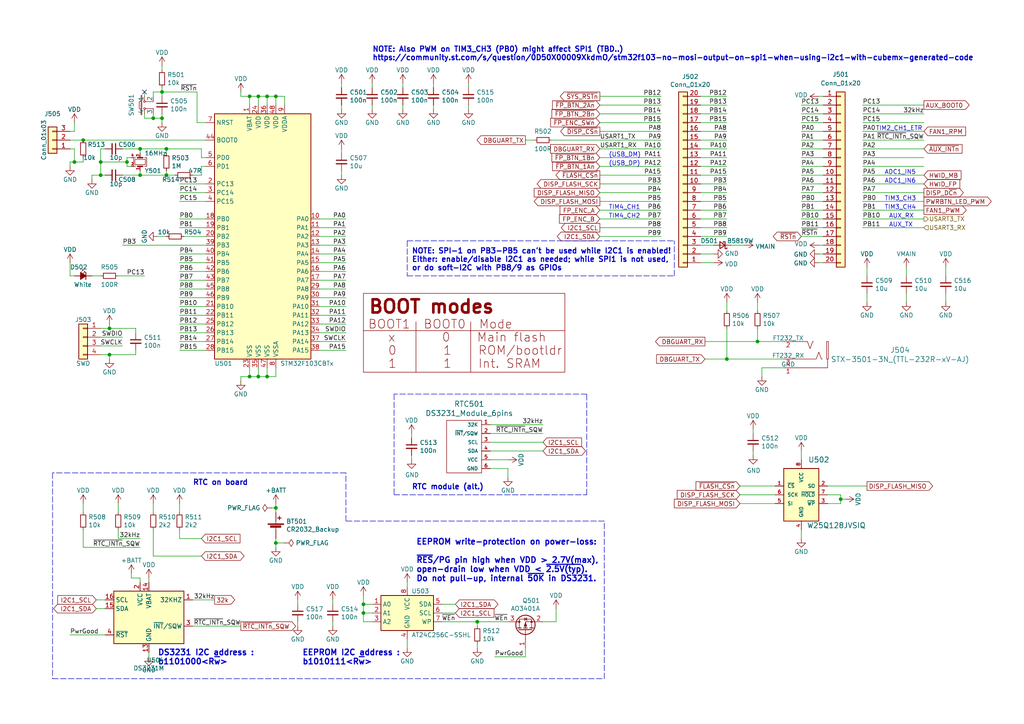
<source format=kicad_sch>
(kicad_sch (version 20211123) (generator eeschema)
  (paper "A4")
  (title_block (title "On-board alt. modules for BluePill MCU and RTC") (date "2020-12-13") (rev "r0.1") (company "MaJo"))
  (junction (at 210.82 104.14))
  (junction (at 72.39 27.94))
  (junction (at 31.75 95.25))
  (junction (at 105.41 177.8))
  (junction (at 77.47 27.94))
  (junction (at 74.93 27.94))
  (junction (at 105.41 175.26))
  (junction (at 44.45 34.29))
  (junction (at 46.99 26.67))
  (junction (at 24.13 40.64))
  (junction (at 219.71 99.06))
  (junction (at 74.93 109.22))
  (junction (at 48.26 50.8))
  (junction (at 29.21 50.8))
  (junction (at 40.64 43.18))
  (junction (at 31.75 102.87))
  (junction (at 48.26 43.18))
  (junction (at 29.21 46.99))
  (junction (at 80.01 27.94))
  (junction (at 46.99 34.29))
  (junction (at 72.39 109.22))
  (junction (at 138.43 180.34))
  (junction (at 40.64 50.8))
  (junction (at 80.01 157.48))
  (junction (at 36.83 46.99))
  (junction (at 77.47 109.22))
  (junction (at 243.84 144.78))
  (junction (at 21.59 46.99))
  (junction (at 80.01 147.32))
  (no_connect (at 41.91 26.67))
  (wire (pts (xy 262.89 87.63) (xy 262.89 85.09)))
  (wire (pts (xy 203.2 53.34) (xy 210.82 53.34)))
  (wire (pts (xy 36.83 48.26) (xy 36.83 46.99)))
  (wire (pts (xy 154.94 40.64) (xy 152.4 40.64)))
  (wire (pts (xy 105.41 180.34) (xy 105.41 177.8)))
  (wire (pts (xy 203.2 55.88) (xy 210.82 55.88)))
  (polyline (pts (xy 175.26 196.85) (xy 175.26 151.13)))
  (wire (pts (xy 207.01 76.2) (xy 203.2 76.2)))
  (wire (pts (xy 69.85 110.49) (xy 69.85 109.22)))
  (polyline (pts (xy 175.26 151.13) (xy 100.33 151.13)))
  (polyline (pts (xy 118.11 69.85) (xy 118.11 80.01)))
  (wire (pts (xy 57.15 35.56) (xy 59.69 35.56)))
  (wire (pts (xy 59.69 78.74) (xy 52.07 78.74)))
  (wire (pts (xy 210.82 87.63) (xy 210.82 90.17)))
  (polyline (pts (xy 170.18 114.3) (xy 114.3 114.3)))
  (wire (pts (xy 105.41 175.26) (xy 105.41 172.72)))
  (wire (pts (xy 243.84 146.05) (xy 243.84 144.78)))
  (wire (pts (xy 40.64 50.8) (xy 40.64 49.53)))
  (wire (pts (xy 92.71 78.74) (xy 100.33 78.74)))
  (wire (pts (xy 250.19 63.5) (xy 267.97 63.5)))
  (wire (pts (xy 44.45 146.05) (xy 44.45 148.59)))
  (wire (pts (xy 29.21 102.87) (xy 31.75 102.87)))
  (wire (pts (xy 24.13 46.99) (xy 21.59 46.99)))
  (wire (pts (xy 227.33 104.14) (xy 210.82 104.14)))
  (wire (pts (xy 46.99 19.05) (xy 46.99 20.32)))
  (wire (pts (xy 238.76 33.02) (xy 232.41 33.02)))
  (polyline (pts (xy 15.24 196.85) (xy 175.26 196.85)))
  (wire (pts (xy 52.07 156.21) (xy 58.42 156.21)))
  (wire (pts (xy 34.29 156.21) (xy 40.64 156.21)))
  (wire (pts (xy 191.77 30.48) (xy 173.99 30.48)))
  (wire (pts (xy 46.99 35.56) (xy 46.99 34.29)))
  (wire (pts (xy 191.77 48.26) (xy 173.99 48.26)))
  (wire (pts (xy 92.71 81.28) (xy 100.33 81.28)))
  (polyline (pts (xy 114.3 114.3) (xy 114.3 143.51)))
  (wire (pts (xy 191.77 27.94) (xy 173.99 27.94)))
  (wire (pts (xy 29.21 100.33) (xy 35.56 100.33)))
  (wire (pts (xy 80.01 146.05) (xy 80.01 147.32)))
  (wire (pts (xy 44.45 153.67) (xy 44.45 161.29)))
  (wire (pts (xy 96.52 173.99) (xy 96.52 175.26)))
  (wire (pts (xy 191.77 55.88) (xy 173.99 55.88)))
  (wire (pts (xy 74.93 30.48) (xy 74.93 27.94)))
  (wire (pts (xy 203.2 35.56) (xy 210.82 35.56)))
  (wire (pts (xy 59.69 48.26) (xy 58.42 48.26)))
  (wire (pts (xy 20.32 80.01) (xy 21.59 80.01)))
  (wire (pts (xy 80.01 156.21) (xy 80.01 157.48)))
  (polyline (pts (xy 100.33 151.13) (xy 100.33 137.16)))
  (wire (pts (xy 77.47 30.48) (xy 77.47 27.94)))
  (wire (pts (xy 20.32 38.1) (xy 21.59 38.1)))
  (wire (pts (xy 238.76 68.58) (xy 232.41 68.58)))
  (wire (pts (xy 29.21 46.99) (xy 36.83 46.99)))
  (wire (pts (xy 250.19 58.42) (xy 267.97 58.42)))
  (wire (pts (xy 36.83 45.72) (xy 36.83 46.99)))
  (wire (pts (xy 26.67 80.01) (xy 29.21 80.01)))
  (wire (pts (xy 142.24 123.19) (xy 157.48 123.19)))
  (wire (pts (xy 203.2 38.1) (xy 210.82 38.1)))
  (wire (pts (xy 74.93 27.94) (xy 77.47 27.94)))
  (wire (pts (xy 152.4 190.5) (xy 143.51 190.5)))
  (wire (pts (xy 59.69 55.88) (xy 52.07 55.88)))
  (wire (pts (xy 92.71 66.04) (xy 100.33 66.04)))
  (wire (pts (xy 210.82 95.25) (xy 210.82 104.14)))
  (wire (pts (xy 274.32 80.01) (xy 274.32 77.47)))
  (wire (pts (xy 238.76 48.26) (xy 232.41 48.26)))
  (wire (pts (xy 55.88 181.61) (xy 69.85 181.61)))
  (wire (pts (xy 21.59 46.99) (xy 20.32 46.99)))
  (wire (pts (xy 92.71 99.06) (xy 100.33 99.06)))
  (wire (pts (xy 26.67 50.8) (xy 26.67 52.07)))
  (wire (pts (xy 238.76 66.04) (xy 232.41 66.04)))
  (wire (pts (xy 44.45 34.29) (xy 46.99 34.29)))
  (wire (pts (xy 29.21 95.25) (xy 31.75 95.25)))
  (wire (pts (xy 34.29 153.67) (xy 34.29 156.21)))
  (wire (pts (xy 34.29 80.01) (xy 41.91 80.01)))
  (wire (pts (xy 125.73 24.13) (xy 125.73 25.4)))
  (wire (pts (xy 58.42 45.72) (xy 58.42 43.18)))
  (wire (pts (xy 92.71 83.82) (xy 100.33 83.82)))
  (wire (pts (xy 250.19 55.88) (xy 267.97 55.88)))
  (wire (pts (xy 250.19 53.34) (xy 267.97 53.34)))
  (polyline (pts (xy 114.3 143.51) (xy 170.18 143.51)))
  (wire (pts (xy 24.13 146.05) (xy 24.13 148.59)))
  (wire (pts (xy 203.2 71.12) (xy 207.01 71.12)))
  (polyline (pts (xy 195.58 80.01) (xy 195.58 69.85)))
  (wire (pts (xy 220.98 106.68) (xy 227.33 106.68)))
  (wire (pts (xy 92.71 93.98) (xy 100.33 93.98)))
  (wire (pts (xy 118.11 170.18) (xy 118.11 168.91)))
  (wire (pts (xy 80.01 157.48) (xy 80.01 158.75)))
  (wire (pts (xy 46.99 26.67) (xy 46.99 25.4)))
  (wire (pts (xy 99.06 24.13) (xy 99.06 25.4)))
  (wire (pts (xy 203.2 33.02) (xy 210.82 33.02)))
  (wire (pts (xy 92.71 86.36) (xy 100.33 86.36)))
  (wire (pts (xy 147.32 138.43) (xy 147.32 135.89)))
  (wire (pts (xy 92.71 96.52) (xy 100.33 96.52)))
  (wire (pts (xy 238.76 53.34) (xy 232.41 53.34)))
  (wire (pts (xy 250.19 66.04) (xy 267.97 66.04)))
  (wire (pts (xy 191.77 63.5) (xy 173.99 63.5)))
  (wire (pts (xy 43.18 190.5) (xy 43.18 189.23)))
  (wire (pts (xy 39.37 101.6) (xy 39.37 102.87)))
  (wire (pts (xy 135.89 24.13) (xy 135.89 25.4)))
  (wire (pts (xy 251.46 87.63) (xy 251.46 85.09)))
  (wire (pts (xy 191.77 68.58) (xy 173.99 68.58)))
  (wire (pts (xy 92.71 71.12) (xy 100.33 71.12)))
  (wire (pts (xy 72.39 27.94) (xy 74.93 27.94)))
  (wire (pts (xy 238.76 43.18) (xy 232.41 43.18)))
  (wire (pts (xy 39.37 96.52) (xy 39.37 95.25)))
  (wire (pts (xy 191.77 43.18) (xy 173.99 43.18)))
  (wire (pts (xy 59.69 71.12) (xy 35.56 71.12)))
  (wire (pts (xy 53.34 68.58) (xy 59.69 68.58)))
  (wire (pts (xy 219.71 95.25) (xy 219.71 99.06)))
  (wire (pts (xy 191.77 50.8) (xy 173.99 50.8)))
  (wire (pts (xy 69.85 26.67) (xy 69.85 27.94)))
  (wire (pts (xy 227.33 99.06) (xy 219.71 99.06)))
  (wire (pts (xy 74.93 106.68) (xy 74.93 109.22)))
  (wire (pts (xy 44.45 26.67) (xy 46.99 26.67)))
  (wire (pts (xy 210.82 104.14) (xy 204.47 104.14)))
  (wire (pts (xy 92.71 88.9) (xy 100.33 88.9)))
  (wire (pts (xy 203.2 73.66) (xy 207.01 73.66)))
  (polyline (pts (xy 170.18 143.51) (xy 170.18 114.3)))
  (wire (pts (xy 250.19 40.64) (xy 267.97 40.64)))
  (wire (pts (xy 191.77 60.96) (xy 173.99 60.96)))
  (wire (pts (xy 74.93 109.22) (xy 77.47 109.22)))
  (wire (pts (xy 238.76 45.72) (xy 232.41 45.72)))
  (wire (pts (xy 274.32 87.63) (xy 274.32 85.09)))
  (wire (pts (xy 44.45 161.29) (xy 58.42 161.29)))
  (wire (pts (xy 203.2 43.18) (xy 210.82 43.18)))
  (wire (pts (xy 43.18 168.91) (xy 43.18 167.64)))
  (wire (pts (xy 55.88 173.99) (xy 62.23 173.99)))
  (wire (pts (xy 191.77 33.02) (xy 173.99 33.02)))
  (wire (pts (xy 59.69 93.98) (xy 52.07 93.98)))
  (wire (pts (xy 48.26 50.8) (xy 40.64 50.8)))
  (wire (pts (xy 160.02 40.64) (xy 191.77 40.64)))
  (wire (pts (xy 59.69 83.82) (xy 52.07 83.82)))
  (wire (pts (xy 142.24 125.73) (xy 157.48 125.73)))
  (wire (pts (xy 30.48 184.15) (xy 20.32 184.15)))
  (wire (pts (xy 55.88 50.8) (xy 58.42 50.8)))
  (wire (pts (xy 240.03 146.05) (xy 243.84 146.05)))
  (wire (pts (xy 218.44 124.46) (xy 218.44 125.73)))
  (wire (pts (xy 100.33 63.5) (xy 92.71 63.5)))
  (wire (pts (xy 69.85 109.22) (xy 72.39 109.22)))
  (wire (pts (xy 203.2 68.58) (xy 210.82 68.58)))
  (wire (pts (xy 59.69 91.44) (xy 52.07 91.44)))
  (wire (pts (xy 125.73 31.75) (xy 125.73 30.48)))
  (wire (pts (xy 250.19 48.26) (xy 267.97 48.26)))
  (wire (pts (xy 138.43 187.96) (xy 138.43 186.69)))
  (wire (pts (xy 92.71 73.66) (xy 100.33 73.66)))
  (polyline (pts (xy 100.33 137.16) (xy 15.24 137.16)))
  (wire (pts (xy 240.03 143.51) (xy 243.84 143.51)))
  (wire (pts (xy 245.11 144.78) (xy 243.84 144.78)))
  (wire (pts (xy 218.44 132.08) (xy 218.44 130.81)))
  (wire (pts (xy 59.69 76.2) (xy 52.07 76.2)))
  (wire (pts (xy 267.97 33.02) (xy 250.19 33.02)))
  (wire (pts (xy 86.36 181.61) (xy 86.36 180.34)))
  (wire (pts (xy 203.2 45.72) (xy 210.82 45.72)))
  (wire (pts (xy 267.97 38.1) (xy 250.19 38.1)))
  (wire (pts (xy 80.01 109.22) (xy 80.01 106.68)))
  (wire (pts (xy 238.76 73.66) (xy 237.49 73.66)))
  (wire (pts (xy 224.79 140.97) (xy 214.63 140.97)))
  (wire (pts (xy 59.69 88.9) (xy 52.07 88.9)))
  (wire (pts (xy 157.48 180.34) (xy 161.29 180.34)))
  (wire (pts (xy 59.69 101.6) (xy 52.07 101.6)))
  (wire (pts (xy 219.71 87.63) (xy 219.71 90.17)))
  (wire (pts (xy 238.76 58.42) (xy 232.41 58.42)))
  (wire (pts (xy 20.32 40.64) (xy 24.13 40.64)))
  (wire (pts (xy 48.26 43.18) (xy 40.64 43.18)))
  (wire (pts (xy 99.06 31.75) (xy 99.06 30.48)))
  (wire (pts (xy 238.76 63.5) (xy 232.41 63.5)))
  (wire (pts (xy 59.69 73.66) (xy 52.07 73.66)))
  (wire (pts (xy 212.09 71.12) (xy 215.9 71.12)))
  (wire (pts (xy 57.15 26.67) (xy 57.15 35.56)))
  (wire (pts (xy 152.4 187.96) (xy 152.4 190.5)))
  (wire (pts (xy 59.69 58.42) (xy 52.07 58.42)))
  (wire (pts (xy 128.27 180.34) (xy 138.43 180.34)))
  (wire (pts (xy 92.71 68.58) (xy 100.33 68.58)))
  (wire (pts (xy 39.37 95.25) (xy 31.75 95.25)))
  (wire (pts (xy 105.41 175.26) (xy 107.95 175.26)))
  (wire (pts (xy 203.2 58.42) (xy 210.82 58.42)))
  (wire (pts (xy 219.71 99.06) (xy 204.47 99.06)))
  (wire (pts (xy 77.47 27.94) (xy 80.01 27.94)))
  (wire (pts (xy 238.76 50.8) (xy 232.41 50.8)))
  (wire (pts (xy 191.77 53.34) (xy 173.99 53.34)))
  (wire (pts (xy 20.32 43.18) (xy 21.59 43.18)))
  (wire (pts (xy 107.95 31.75) (xy 107.95 30.48)))
  (wire (pts (xy 119.38 133.35) (xy 119.38 132.08)))
  (wire (pts (xy 238.76 35.56) (xy 232.41 35.56)))
  (wire (pts (xy 238.76 76.2) (xy 237.49 76.2)))
  (wire (pts (xy 107.95 24.13) (xy 107.95 25.4)))
  (wire (pts (xy 48.26 49.53) (xy 48.26 50.8)))
  (wire (pts (xy 251.46 80.01) (xy 251.46 77.47)))
  (wire (pts (xy 203.2 48.26) (xy 210.82 48.26)))
  (wire (pts (xy 224.79 143.51) (xy 214.63 143.51)))
  (wire (pts (xy 119.38 125.73) (xy 119.38 127)))
  (wire (pts (xy 77.47 106.68) (xy 77.47 109.22)))
  (wire (pts (xy 142.24 128.27) (xy 157.48 128.27)))
  (wire (pts (xy 80.01 30.48) (xy 80.01 27.94)))
  (wire (pts (xy 92.71 101.6) (xy 100.33 101.6)))
  (wire (pts (xy 29.21 50.8) (xy 29.21 46.99)))
  (wire (pts (xy 135.89 31.75) (xy 135.89 30.48)))
  (wire (pts (xy 99.06 50.8) (xy 99.06 49.53)))
  (wire (pts (xy 203.2 40.64) (xy 210.82 40.64)))
  (wire (pts (xy 250.19 45.72) (xy 267.97 45.72)))
  (wire (pts (xy 30.48 43.18) (xy 29.21 43.18)))
  (wire (pts (xy 27.94 173.99) (xy 30.48 173.99)))
  (wire (pts (xy 50.8 50.8) (xy 48.26 50.8)))
  (wire (pts (xy 203.2 30.48) (xy 210.82 30.48)))
  (wire (pts (xy 69.85 27.94) (xy 72.39 27.94)))
  (wire (pts (xy 41.91 27.94) (xy 41.91 26.67)))
  (wire (pts (xy 220.98 109.22) (xy 220.98 106.68)))
  (wire (pts (xy 82.55 157.48) (xy 80.01 157.48)))
  (wire (pts (xy 38.1 167.64) (xy 40.64 167.64)))
  (wire (pts (xy 59.69 53.34) (xy 52.07 53.34)))
  (wire (pts (xy 46.99 27.94) (xy 46.99 26.67)))
  (wire (pts (xy 250.19 43.18) (xy 267.97 43.18)))
  (wire (pts (xy 191.77 38.1) (xy 173.99 38.1)))
  (wire (pts (xy 203.2 60.96) (xy 210.82 60.96)))
  (wire (pts (xy 142.24 130.81) (xy 157.48 130.81)))
  (wire (pts (xy 40.64 167.64) (xy 40.64 168.91)))
  (wire (pts (xy 238.76 55.88) (xy 232.41 55.88)))
  (wire (pts (xy 92.71 91.44) (xy 100.33 91.44)))
  (wire (pts (xy 161.29 180.34) (xy 161.29 176.53)))
  (wire (pts (xy 238.76 27.94) (xy 237.49 27.94)))
  (wire (pts (xy 118.11 187.96) (xy 118.11 185.42)))
  (polyline (pts (xy 15.24 137.16) (xy 15.24 196.85)))
  (wire (pts (xy 191.77 35.56) (xy 173.99 35.56)))
  (wire (pts (xy 99.06 44.45) (xy 99.06 43.18)))
  (wire (pts (xy 24.13 45.72) (xy 24.13 46.99)))
  (wire (pts (xy 116.84 24.13) (xy 116.84 25.4)))
  (wire (pts (xy 78.74 147.32) (xy 80.01 147.32)))
  (wire (pts (xy 38.1 45.72) (xy 36.83 45.72)))
  (wire (pts (xy 240.03 140.97) (xy 251.46 140.97)))
  (wire (pts (xy 147.32 180.34) (xy 138.43 180.34)))
  (wire (pts (xy 238.76 71.12) (xy 237.49 71.12)))
  (wire (pts (xy 224.79 146.05) (xy 214.63 146.05)))
  (wire (pts (xy 38.1 48.26) (xy 36.83 48.26)))
  (wire (pts (xy 132.08 175.26) (xy 128.27 175.26)))
  (wire (pts (xy 132.08 177.8) (xy 128.27 177.8)))
  (wire (pts (xy 238.76 40.64) (xy 232.41 40.64)))
  (wire (pts (xy 72.39 106.68) (xy 72.39 109.22)))
  (wire (pts (xy 59.69 96.52) (xy 52.07 96.52)))
  (wire (pts (xy 92.71 76.2) (xy 100.33 76.2)))
  (wire (pts (xy 34.29 146.05) (xy 34.29 148.59)))
  (wire (pts (xy 138.43 181.61) (xy 138.43 180.34)))
  (wire (pts (xy 267.97 35.56) (xy 250.19 35.56)))
  (wire (pts (xy 59.69 63.5) (xy 52.07 63.5)))
  (wire (pts (xy 59.69 81.28) (xy 52.07 81.28)))
  (wire (pts (xy 24.13 40.64) (xy 59.69 40.64)))
  (wire (pts (xy 267.97 30.48) (xy 250.19 30.48)))
  (wire (pts (xy 41.91 33.02) (xy 41.91 34.29)))
  (wire (pts (xy 142.24 133.35) (xy 147.32 133.35)))
  (wire (pts (xy 24.13 158.75) (xy 40.64 158.75)))
  (wire (pts (xy 77.47 109.22) (xy 80.01 109.22)))
  (wire (pts (xy 238.76 30.48) (xy 232.41 30.48)))
  (wire (pts (xy 147.32 135.89) (xy 142.24 135.89)))
  (wire (pts (xy 21.59 38.1) (xy 21.59 35.56)))
  (wire (pts (xy 191.77 66.04) (xy 173.99 66.04)))
  (wire (pts (xy 35.56 43.18) (xy 40.64 43.18)))
  (wire (pts (xy 72.39 109.22) (xy 74.93 109.22)))
  (wire (pts (xy 191.77 58.42) (xy 173.99 58.42)))
  (wire (pts (xy 243.84 144.78) (xy 243.84 143.51)))
  (wire (pts (xy 59.69 86.36) (xy 52.07 86.36)))
  (wire (pts (xy 30.48 50.8) (xy 29.21 50.8)))
  (wire (pts (xy 29.21 97.79) (xy 35.56 97.79)))
  (wire (pts (xy 20.32 76.2) (xy 20.32 80.01)))
  (wire (pts (xy 107.95 180.34) (xy 105.41 180.34)))
  (wire (pts (xy 38.1 166.37) (xy 38.1 167.64)))
  (wire (pts (xy 59.69 66.04) (xy 52.07 66.04)))
  (wire (pts (xy 58.42 43.18) (xy 48.26 43.18)))
  (wire (pts (xy 20.32 48.26) (xy 20.32 46.99)))
  (wire (pts (xy 52.07 146.05) (xy 52.07 148.59)))
  (polyline (pts (xy 118.11 80.01) (xy 195.58 80.01)))
  (wire (pts (xy 232.41 130.81) (xy 232.41 133.35)))
  (wire (pts (xy 27.94 176.53) (xy 30.48 176.53)))
  (wire (pts (xy 58.42 48.26) (xy 58.42 50.8)))
  (wire (pts (xy 40.64 43.18) (xy 40.64 44.45)))
  (wire (pts (xy 59.69 45.72) (xy 58.42 45.72)))
  (wire (pts (xy 21.59 43.18) (xy 21.59 46.99)))
  (wire (pts (xy 96.52 181.61) (xy 96.52 180.34)))
  (wire (pts (xy 35.56 50.8) (xy 40.64 50.8)))
  (wire (pts (xy 48.26 44.45) (xy 48.26 43.18)))
  (wire (pts (xy 44.45 27.94) (xy 44.45 26.67)))
  (wire (pts (xy 250.19 50.8) (xy 267.97 50.8)))
  (wire (pts (xy 86.36 173.99) (xy 86.36 175.26)))
  (wire (pts (xy 26.67 50.8) (xy 29.21 50.8)))
  (wire (pts (xy 107.95 177.8) (xy 105.41 177.8)))
  (polyline (pts (xy 118.11 69.85) (xy 195.58 69.85)))
  (wire (pts (xy 29.21 43.18) (xy 29.21 46.99)))
  (wire (pts (xy 238.76 60.96) (xy 232.41 60.96)))
  (wire (pts (xy 250.19 60.96) (xy 267.97 60.96)))
  (wire (pts (xy 105.41 177.8) (xy 105.41 175.26)))
  (wire (pts (xy 44.45 33.02) (xy 44.45 34.29)))
  (wire (pts (xy 203.2 27.94) (xy 210.82 27.94)))
  (wire (pts (xy 59.69 99.06) (xy 52.07 99.06)))
  (wire (pts (xy 203.2 66.04) (xy 210.82 66.04)))
  (wire (pts (xy 82.55 27.94) (xy 82.55 30.48)))
  (wire (pts (xy 116.84 31.75) (xy 116.84 30.48)))
  (wire (pts (xy 203.2 63.5) (xy 210.82 63.5)))
  (wire (pts (xy 39.37 102.87) (xy 31.75 102.87)))
  (wire (pts (xy 52.07 153.67) (xy 52.07 156.21)))
  (wire (pts (xy 46.99 26.67) (xy 57.15 26.67)))
  (wire (pts (xy 82.55 27.94) (xy 80.01 27.94)))
  (wire (pts (xy 191.77 45.72) (xy 173.99 45.72)))
  (wire (pts (xy 262.89 80.01) (xy 262.89 77.47)))
  (wire (pts (xy 31.75 95.25) (xy 31.75 93.98)))
  (wire (pts (xy 232.41 156.21) (xy 232.41 153.67)))
  (wire (pts (xy 24.13 153.67) (xy 24.13 158.75)))
  (wire (pts (xy 238.76 38.1) (xy 232.41 38.1)))
  (wire (pts (xy 203.2 50.8) (xy 210.82 50.8)))
  (wire (pts (xy 72.39 30.48) (xy 72.39 27.94)))
  (wire (pts (xy 46.99 34.29) (xy 46.99 33.02)))
  (wire (pts (xy 41.91 34.29) (xy 44.45 34.29)))
  (wire (pts (xy 80.01 147.32) (xy 80.01 148.59)))
  (wire (pts (xy 31.75 102.87) (xy 31.75 104.14)))
  (wire (pts (xy 45.72 68.58) (xy 48.26 68.58)))
  (text "(USB_DM)" (at 176.53 45.72 0) (effects (font (size 1.27 1.27)) (justify left bottom)))
  (text "DS3231 I2C address :\nb1101000<R~{w}>" (at 45.72 193.04 0) (effects (font (size 1.651 1.651) (thickness 0.3302) bold) (justify left bottom)))
  (text "TIM4_CH2" (at 176.53 63.5 0) (effects (font (size 1.27 1.27)) (justify left bottom)))
  (text "NOTE: Also PWM on TIM3_CH3 (PB0) might affect SPI1 (TBD..)\nhttps://community.st.com/s/question/0D50X00009XkdmO/stm32f103-no-mosi-output-on-spi1-when-using-i2c1-with-cubemx-generated-code" (at 107.95 17.78 0) (effects (font (size 1.524 1.524) (thickness 0.3048) bold) (justify left bottom)))
  (text "TIM3_CH4" (at 256.54 60.96 0) (effects (font (size 1.27 1.27)) (justify left bottom)))
  (text "AUX_TX" (at 257.81 66.04 0) (effects (font (size 1.27 1.27)) (justify left bottom)))
  (text "AUX_RX" (at 257.81 63.5 0) (effects (font (size 1.27 1.27)) (justify left bottom)))
  (text "TIM3_CH3" (at 256.54 58.42 0) (effects (font (size 1.27 1.27)) (justify left bottom)))
  (text "EEPROM write-protection on power-loss:\n\n~{RES}/PG pin high when VDD > 2.7V(max),\nopen-drain low when VDD < ~{2.5V(typ}).\nDo not pull-up, internal ~{50K} in DS3231." (at 120.65 168.91 0) (effects (font (size 1.651 1.651) (thickness 0.3302) bold) (justify left bottom)))
  (text "ADC1_IN5" (at 256.54 50.8 0) (effects (font (size 1.27 1.27)) (justify left bottom)))
  (text "NOTE: SPI-1 on PB3-PB5 can't be used while I2C1 is enabled!\nEither: enable/disable I2C1 as needed; while SPI1 is not used,\nor do soft-I2C with PB8/9 as GPIOs" (at 119.38 78.74 0) (effects (font (size 1.524 1.524) (thickness 0.3048) bold) (justify left bottom)))
  (text "TIM2_CH1_ETR" (at 254 38.1 0) (effects (font (size 1.27 1.27)) (justify left bottom)))
  (text "(USB_DP)" (at 176.53 48.26 0) (effects (font (size 1.27 1.27)) (justify left bottom)))
  (text "EEPROM I2C address :\nb1010111<R~{w}>" (at 87.63 193.04 0) (effects (font (size 1.651 1.651) (thickness 0.3302) bold) (justify left bottom)))
  (text "ADC1_IN6" (at 256.54 53.34 0) (effects (font (size 1.27 1.27)) (justify left bottom)))
  (text "RTC on board" (at 55.88 140.97 0) (effects (font (size 1.524 1.524) (thickness 0.3048) bold) (justify left bottom)))
  (text "TIM4_CH1" (at 176.53 60.96 0) (effects (font (size 1.27 1.27)) (justify left bottom)))
  (text "RTC module (alt.)" (at 119.38 142.24 0) (effects (font (size 1.524 1.524) (thickness 0.3048) bold) (justify left bottom)))
  (label "PA0" (at 100.33 63.5 180))
  (label "PB15" (at 210.82 35.56 180))
  (label "PB15" (at 191.77 35.56 180))
  (label "32kHz" (at 40.64 156.21 180))
  (label "PB5" (at 210.82 58.42 180))
  (label "USART1_TX" (at 173.99 40.64 0))
  (label "PB13" (at 52.07 96.52 0))
  (label "PA12" (at 191.77 48.26 180))
  (label "PC13" (at 52.07 53.34 0))
  (label "PA3" (at 100.33 71.12 180))
  (label "PB10" (at 232.41 63.5 0))
  (label "PB4" (at 52.07 73.66 0))
  (label "PA2" (at 250.19 43.18 0))
  (label "PB5" (at 52.07 76.2 0))
  (label "PB8" (at 191.77 66.04 180))
  (label "PA3" (at 250.19 45.72 0))
  (label "~{RSTn}" (at 57.15 26.67 180))
  (label "PB12" (at 210.82 27.94 180))
  (label "PA6" (at 250.19 53.34 0))
  (label "PA4" (at 250.19 48.26 0))
  (label "PC15" (at 250.19 35.56 0))
  (label "PB9" (at 210.82 68.58 180))
  (label "PA4" (at 100.33 73.66 180))
  (label "PA5" (at 232.41 50.8 0))
  (label "PB14" (at 52.07 99.06 0))
  (label "PC14" (at 232.41 33.02 0))
  (label "32kHz" (at 157.48 123.19 180))
  (label "~{WEn}" (at 132.08 180.34 180))
  (label "PB8" (at 52.07 83.82 0))
  (label "PB6" (at 52.07 78.74 0))
  (label "PA10" (at 210.82 43.18 180))
  (label "PC13" (at 250.19 30.48 0))
  (label "PB7" (at 52.07 81.28 0))
  (label "SWDIO" (at 100.33 96.52 180))
  (label "PB12" (at 52.07 93.98 0))
  (label "PB10" (at 52.07 88.9 0))
  (label "~{RTC_INTn}_SQW" (at 69.85 181.61 180))
  (label "PA12" (at 100.33 93.98 180))
  (label "PC13" (at 41.91 80.01 180))
  (label "PA2" (at 232.41 43.18 0))
  (label "PA3" (at 232.41 45.72 0))
  (label "PA1" (at 250.19 40.64 0))
  (label "PB13" (at 210.82 30.48 180))
  (label "PB1" (at 52.07 66.04 0))
  (label "SWDIO" (at 35.56 97.79 180))
  (label "PA10" (at 100.33 88.9 180))
  (label "PB10" (at 250.19 63.5 0))
  (label "PA9" (at 100.33 86.36 180))
  (label "PB13" (at 191.77 30.48 180))
  (label "SWCLK" (at 100.33 99.06 180))
  (label "PA5" (at 100.33 76.2 180))
  (label "PC15" (at 52.07 58.42 0))
  (label "PA8" (at 210.82 38.1 180))
  (label "PB11" (at 52.07 91.44 0))
  (label "PB0" (at 52.07 63.5 0))
  (label "PB6" (at 191.77 60.96 180))
  (label "~{RSTn}" (at 232.41 68.58 0))
  (label "PC14" (at 250.19 33.02 0))
  (label "PB8" (at 210.82 66.04 180))
  (label "PA8" (at 191.77 38.1 180))
  (label "PB9" (at 52.07 86.36 0))
  (label "PA4" (at 232.41 48.26 0))
  (label "PA12" (at 210.82 48.26 180))
  (label "~{RTC_INTn}_SQW" (at 267.97 40.64 180))
  (label "PA6" (at 100.33 78.74 180))
  (label "PB6" (at 210.82 60.96 180))
  (label "PA15" (at 210.82 50.8 180))
  (label "PB9" (at 191.77 68.58 180))
  (label "PA15" (at 100.33 101.6 180))
  (label "PB3" (at 210.82 53.34 180))
  (label "PA0" (at 250.19 38.1 0))
  (label "PA15" (at 191.77 50.8 180))
  (label "~{RTC_INTn}_SQW" (at 40.64 158.75 180))
  (label "PB7" (at 191.77 63.5 180))
  (label "~{WEn}" (at 147.32 180.34 180))
  (label "~{RTC_INTn}_SQW" (at 157.48 125.73 180))
  (label "PB4" (at 210.82 55.88 180))
  (label "PC14" (at 52.07 55.88 0))
  (label "PB14" (at 210.82 33.02 180))
  (label "PB11" (at 250.19 66.04 0))
  (label "PA7" (at 250.19 55.88 0))
  (label "PB3" (at 35.56 71.12 0))
  (label "PA11" (at 100.33 91.44 180))
  (label "PA1" (at 100.33 66.04 180))
  (label "PA1" (at 232.41 40.64 0))
  (label "PB5" (at 191.77 58.42 180))
  (label "PB3" (at 191.77 53.34 180))
  (label "PA9" (at 210.82 40.64 180))
  (label "PA0" (at 232.41 38.1 0))
  (label "PB0" (at 250.19 58.42 0))
  (label "PA9" (at 191.77 40.64 180))
  (label "PC13" (at 232.41 30.48 0))
  (label "32kHz" (at 62.23 173.99 180))
  (label "PA11" (at 210.82 45.72 180))
  (label "PB4" (at 191.77 55.88 180))
  (label "USART1_RX" (at 173.99 43.18 0))
  (label "PA8" (at 100.33 83.82 180))
  (label "PwrGood" (at 20.32 184.15 0))
  (label "PB14" (at 191.77 33.02 180))
  (label "32kHz" (at 267.97 33.02 180))
  (label "PB12" (at 191.77 27.94 180))
  (label "PwrGood" (at 143.51 190.5 0))
  (label "PB0" (at 232.41 58.42 0))
  (label "PA11" (at 191.77 45.72 180))
  (label "PC15" (at 232.41 35.56 0))
  (label "PA5" (at 250.19 50.8 0))
  (label "PA7" (at 232.41 55.88 0))
  (label "PA7" (at 100.33 81.28 180))
  (label "PB11" (at 232.41 66.04 0))
  (label "PB7" (at 210.82 63.5 180))
  (label "PB15" (at 52.07 101.6 0))
  (label "SWCLK" (at 35.56 100.33 180))
  (label "PA10" (at 191.77 43.18 180))
  (label "PB1" (at 232.41 60.96 0))
  (label "PA6" (at 232.41 53.34 0))
  (label "PA2" (at 100.33 68.58 180))
  (label "PB1" (at 250.19 60.96 0))
  (global_label "I2C1_SDA" (shape bidirectional) (at 173.99 68.58 180) (property "Intersheet References" "${INTERSHEET_REFS}" (effects hide)))
  (global_label "DBGUART_RX" (shape output) (at 204.47 99.06 180) (property "Intersheet References" "${INTERSHEET_REFS}" (effects hide)))
  (global_label "I2C1_SCL" (shape input) (at 157.48 128.27 0) (property "Intersheet References" "${INTERSHEET_REFS}" (effects hide)))
  (global_label "~{FP_BTN_2Bn}" (shape input) (at 173.99 33.02 180) (property "Intersheet References" "${INTERSHEET_REFS}" (effects hide)))
  (global_label "~{RSTn}" (shape bidirectional) (at 232.41 68.58 180) (property "Intersheet References" "${INTERSHEET_REFS}" (effects hide)))
  (global_label "I2C1_SDA" (shape bidirectional) (at 58.42 161.29 0) (property "Intersheet References" "${INTERSHEET_REFS}" (effects hide)))
  (global_label "I2C1_SDA" (shape bidirectional) (at 157.48 130.81 0) (property "Intersheet References" "${INTERSHEET_REFS}" (effects hide)))
  (global_label "FP_ENC_A" (shape input) (at 173.99 60.96 180) (property "Intersheet References" "${INTERSHEET_REFS}" (effects hide)))
  (global_label "I2C1_SCL" (shape output) (at 173.99 66.04 180) (property "Intersheet References" "${INTERSHEET_REFS}" (effects hide)))
  (global_label "I2C1_SCL" (shape input) (at 58.42 156.21 0) (property "Intersheet References" "${INTERSHEET_REFS}" (effects hide)))
  (global_label "FP_ENC_B" (shape input) (at 173.99 63.5 180) (property "Intersheet References" "${INTERSHEET_REFS}" (effects hide)))
  (global_label "HWID_MB" (shape input) (at 267.97 50.8 0) (property "Intersheet References" "${INTERSHEET_REFS}" (effects hide)))
  (global_label "~{FLASH_CSn}" (shape output) (at 173.99 50.8 180) (property "Intersheet References" "${INTERSHEET_REFS}" (effects hide)))
  (global_label "I2C1_SCL" (shape input) (at 132.08 177.8 0) (property "Intersheet References" "${INTERSHEET_REFS}" (effects hide)))
  (global_label "DISP_D~{Cn}" (shape output) (at 267.97 55.88 0) (property "Intersheet References" "${INTERSHEET_REFS}" (effects hide)))
  (global_label "DBGUART_TX" (shape output) (at 152.4 40.64 180) (property "Intersheet References" "${INTERSHEET_REFS}" (effects hide)))
  (global_label "~{SYS_RSTn}" (shape output) (at 173.99 27.94 180) (property "Intersheet References" "${INTERSHEET_REFS}" (effects hide)))
  (global_label "~{FP_ENC_SWn}" (shape input) (at 173.99 35.56 180) (property "Intersheet References" "${INTERSHEET_REFS}" (effects hide)))
  (global_label "I2C1_SDA" (shape bidirectional) (at 132.08 175.26 0) (property "Intersheet References" "${INTERSHEET_REFS}" (effects hide)))
  (global_label "32k" (shape output) (at 62.23 173.99 0) (property "Intersheet References" "${INTERSHEET_REFS}" (effects hide)))
  (global_label "~{FP_BTN_2An}" (shape input) (at 173.99 30.48 180) (property "Intersheet References" "${INTERSHEET_REFS}" (effects hide)))
  (global_label "DISP_FLASH_SCK" (shape output) (at 173.99 53.34 180) (property "Intersheet References" "${INTERSHEET_REFS}" (effects hide)))
  (global_label "I2C1_SCL" (shape input) (at 27.94 173.99 180) (property "Intersheet References" "${INTERSHEET_REFS}" (effects hide)))
  (global_label "~{FP_BTN_1Bn}" (shape input) (at 173.99 45.72 180) (property "Intersheet References" "${INTERSHEET_REFS}" (effects hide)))
  (global_label "PWRBTN_LED_PWM" (shape output) (at 267.97 58.42 0) (property "Intersheet References" "${INTERSHEET_REFS}" (effects hide)))
  (global_label "~{FLASH_CSn}" (shape input) (at 214.63 140.97 180) (property "Intersheet References" "${INTERSHEET_REFS}" (effects hide)))
  (global_label "~{RTC_INTn}_SQW" (shape output) (at 69.85 181.61 0) (property "Intersheet References" "${INTERSHEET_REFS}" (effects hide)))
  (global_label "DISP_FLASH_MISO" (shape output) (at 251.46 140.97 0) (property "Intersheet References" "${INTERSHEET_REFS}" (effects hide)))
  (global_label "AUX_BOOT0" (shape output) (at 267.97 30.48 0) (property "Intersheet References" "${INTERSHEET_REFS}" (effects hide)))
  (global_label "FAN1_PWM" (shape output) (at 267.97 60.96 0) (property "Intersheet References" "${INTERSHEET_REFS}" (effects hide)))
  (global_label "I2C1_SDA" (shape bidirectional) (at 27.94 176.53 180) (property "Intersheet References" "${INTERSHEET_REFS}" (effects hide)))
  (global_label "~{DISP_CSn}" (shape output) (at 173.99 38.1 180) (property "Intersheet References" "${INTERSHEET_REFS}" (effects hide)))
  (global_label "DISP_FLASH_MOSI" (shape output) (at 173.99 58.42 180) (property "Intersheet References" "${INTERSHEET_REFS}" (effects hide)))
  (global_label "DBGUART_RX" (shape input) (at 173.99 43.18 180) (property "Intersheet References" "${INTERSHEET_REFS}" (effects hide)))
  (global_label "FAN1_RPM" (shape input) (at 267.97 38.1 0) (property "Intersheet References" "${INTERSHEET_REFS}" (effects hide)))
  (global_label "DBGUART_TX" (shape input) (at 204.47 104.14 180) (property "Intersheet References" "${INTERSHEET_REFS}" (effects hide)))
  (global_label "HWID_FP" (shape input) (at 267.97 53.34 0) (property "Intersheet References" "${INTERSHEET_REFS}" (effects hide)))
  (global_label "DISP_FLASH_MOSI" (shape input) (at 214.63 146.05 180) (property "Intersheet References" "${INTERSHEET_REFS}" (effects hide)))
  (global_label "DISP_FLASH_MISO" (shape input) (at 173.99 55.88 180) (property "Intersheet References" "${INTERSHEET_REFS}" (effects hide)))
  (global_label "~{AUX_INTn}" (shape input) (at 267.97 43.18 0) (property "Intersheet References" "${INTERSHEET_REFS}" (effects hide)))
  (global_label "~{FP_BTN_1An}" (shape input) (at 173.99 48.26 180) (property "Intersheet References" "${INTERSHEET_REFS}" (effects hide)))
  (global_label "DISP_FLASH_SCK" (shape input) (at 214.63 143.51 180) (property "Intersheet References" "${INTERSHEET_REFS}" (effects hide)))
  (hierarchical_label "USART3_TX" (shape output) (at 267.97 63.5 0))
  (hierarchical_label "USART3_RX" (shape input) (at 267.97 66.04 0))
  (symbol (lib_id "customlib_mj:B5819W") (at 209.55 71.12 180) (unit 1)
    (property "Reference" "D501" (at 208.28 69.85 0) (effects (justify left)))
    (property "Value" "B5819W" (at 210.82 69.85 0) (effects (justify right)))
    (property "Footprint" "Diode_SMD:D_SOD-123" (effects hide))
    (property "Datasheet" "https://datasheet.lcsc.com/szlcsc/Changjiang-Electronics-Tech-CJ-B5819W_C8598.pdf" (effects hide))
    (property "LCSC" "C8598" (effects hide))
  )
  (symbol (lib_id "Connector_Generic:Conn_01x20") (at 198.12 53.34 180) (unit 1)
    (property "Reference" "J502" (at 200.2028 22.225 0))
    (property "Value" "Conn_01x20" (at 200.2028 24.5364 0))
    (property "Footprint" "Connector_PinSocket_2.54mm:PinSocket_1x20_P2.54mm_Vertical" (effects hide))
  )
  (symbol (lib_id "Connector_Generic:Conn_01x20") (at 243.84 50.8 0) (unit 1)
    (property "Reference" "J501" (at 243.84 21.59 0))
    (property "Value" "Conn_01x20" (at 243.84 24.13 0))
    (property "Footprint" "Connector_PinSocket_2.54mm:PinSocket_1x20_P2.54mm_Vertical" (effects hide))
  )
  (symbol (lib_id "power:VDD") (at 207.01 76.2 270) (unit 1)
    (property "Reference" "#PWR0524" (effects hide))
    (property "Value" "VDD" (at 212.1408 76.581 90))
  )
  (symbol (lib_id "power:GND") (at 207.01 73.66 90) (unit 1)
    (property "Reference" "#PWR0521" (effects hide))
    (property "Value" "GND" (at 212.2678 73.533 90))
  )
  (symbol (lib_id "customlib_mj:VMAIN") (at 215.9 71.12 270) (unit 1)
    (property "Reference" "#PWR0519" (effects hide))
    (property "Value" "VMAIN" (at 221.996 71.501 90))
  )
  (symbol (lib_id "power:VDD") (at 237.49 27.94 90) (unit 1)
    (property "Reference" "#PWR0507" (effects hide))
    (property "Value" "VDD" (at 232.3592 27.559 90))
  )
  (symbol (lib_id "power:GND") (at 237.49 76.2 270) (unit 1)
    (property "Reference" "#PWR0525" (effects hide))
    (property "Value" "GND" (at 232.2322 76.327 90))
  )
  (symbol (lib_id "power:GND") (at 237.49 73.66 270) (unit 1)
    (property "Reference" "#PWR0522" (effects hide))
    (property "Value" "GND" (at 232.2322 73.787 90))
  )
  (symbol (lib_id "power:VDD") (at 237.49 71.12 90) (unit 1)
    (property "Reference" "#PWR0520" (effects hide))
    (property "Value" "VDD" (at 232.3592 70.739 90))
  )
  (symbol (lib_id "Device:C_Small") (at 251.46 82.55 0) (unit 1)
    (property "Reference" "C509" (at 253.7968 81.3816 0) (effects (justify left)))
    (property "Value" "10u" (at 253.7968 83.693 0) (effects (justify left)))
    (property "Footprint" "Capacitor_SMD:C_0603_1608Metric" (effects hide))
    (property "LCSC" "C19702" (effects hide))
  )
  (symbol (lib_id "power:GND") (at 251.46 87.63 0) (unit 1)
    (property "Reference" "#PWR0530" (effects hide))
    (property "Value" "GND" (at 251.46 91.44 0))
  )
  (symbol (lib_id "power:VDD") (at 251.46 77.47 0) (unit 1)
    (property "Reference" "#PWR0526" (effects hide))
    (property "Value" "VDD" (at 251.46 73.66 0))
  )
  (symbol (lib_id "customlib_mj:STX-3501-3N_(TTL-232R-xV-AJ)") (at 232.41 104.14 180) (unit 1)
    (property "Reference" "J504" (at 261.0612 101.5238 0) (effects (font (size 1.524 1.524))))
    (property "Value" "STX-3501-3N_(TTL-232R-xV-AJ)" (at 261.0612 104.2162 0) (effects (font (size 1.524 1.524))))
    (property "Footprint" "customlib_mj_fp:STX3501_smd" (effects hide))
    (property "Datasheet" "http://www.kycon.com/2013Catalogpage/Audio%20Jacks/STX-3501.pdf" (effects hide))
  )
  (symbol (lib_id "Device:R_Small") (at 210.82 92.71 0) (unit 1)
    (property "Reference" "R506" (at 212.3186 91.5416 0) (effects (justify left)))
    (property "Value" "10k" (at 212.3186 93.853 0) (effects (justify left)))
    (property "Footprint" "Resistor_SMD:R_0402_1005Metric" (effects hide))
    (property "LCSC" "C25744" (effects hide))
  )
  (symbol (lib_id "Device:R_Small") (at 219.71 92.71 0) (unit 1)
    (property "Reference" "R507" (at 221.2086 91.5416 0) (effects (justify left)))
    (property "Value" "10k" (at 221.2086 93.853 0) (effects (justify left)))
    (property "Footprint" "Resistor_SMD:R_0402_1005Metric" (effects hide))
    (property "Field4" "C25744" (effects hide))
  )
  (symbol (lib_id "power:VDD") (at 210.82 87.63 0) (unit 1)
    (property "Reference" "#PWR0528" (effects hide))
    (property "Value" "VDD" (at 210.82 83.82 0))
  )
  (symbol (lib_id "power:VDD") (at 219.71 87.63 0) (unit 1)
    (property "Reference" "#PWR0529" (effects hide))
    (property "Value" "VDD" (at 219.71 83.82 0))
  )
  (symbol (lib_id "power:GND") (at 220.98 109.22 0) (unit 1)
    (property "Reference" "#PWR0534" (effects hide))
    (property "Value" "GND" (at 220.98 113.03 0))
  )
  (symbol (lib_id "Device:C_Small") (at 135.89 27.94 0) (unit 1)
    (property "Reference" "C515" (at 138.2268 26.7716 0) (effects (justify left)))
    (property "Value" "100n" (at 138.2268 29.083 0) (effects (justify left)))
    (property "Footprint" "Capacitor_SMD:C_0402_1005Metric" (effects hide))
    (property "LCSC" "C1525" (effects hide))
  )
  (symbol (lib_id "power:GND") (at 135.89 31.75 0) (unit 1)
    (property "Reference" "#PWR0562" (effects hide))
    (property "Value" "GND" (at 135.89 35.56 0))
  )
  (symbol (lib_id "power:VDD") (at 135.89 24.13 0) (unit 1)
    (property "Reference" "#PWR0561" (effects hide))
    (property "Value" "VDD" (at 135.89 20.32 0))
  )
  (symbol (lib_id "customlib_mj:W25Q64FV") (at 232.41 143.51 0) (unit 1)
    (property "Reference" "U502" (at 237.49 133.35 0) (effects (font (size 1.524 1.524))))
    (property "Value" "W25Q128JVSIQ" (at 242.57 152.4 0) (effects (font (size 1.524 1.524))))
    (property "Footprint" "Package_SO:SOIC-8_5.23x5.23mm_P1.27mm" (effects hide))
    (property "Datasheet" "https://www.pjrc.com/store/w25q64fv.pdf" (effects hide))
    (property "LCSC" "C97521" (effects hide))
  )
  (symbol (lib_id "power:VDD") (at 232.41 130.81 0) (unit 1)
    (property "Reference" "#PWR0538" (effects hide))
    (property "Value" "VDD" (at 232.41 127 0))
  )
  (symbol (lib_id "power:GND") (at 232.41 156.21 0) (unit 1)
    (property "Reference" "#PWR0549" (effects hide))
    (property "Value" "GND" (at 232.41 160.02 0))
  )
  (symbol (lib_id "Device:C_Small") (at 218.44 128.27 0) (unit 1)
    (property "Reference" "C512" (at 220.7768 127.1016 0) (effects (justify left)))
    (property "Value" "100n" (at 220.7768 129.413 0) (effects (justify left)))
    (property "Footprint" "Capacitor_SMD:C_0402_1005Metric" (effects hide))
    (property "LCSC" "C1525" (effects hide))
  )
  (symbol (lib_id "power:GND") (at 218.44 132.08 0) (unit 1)
    (property "Reference" "#PWR0539" (effects hide))
    (property "Value" "GND" (at 218.567 136.4742 0))
  )
  (symbol (lib_id "power:VDD") (at 218.44 124.46 0) (unit 1)
    (property "Reference" "#PWR0536" (effects hide))
    (property "Value" "VDD" (at 218.44 120.65 0))
  )
  (symbol (lib_id "power:VDD") (at 245.11 144.78 270) (unit 1)
    (property "Reference" "#PWR0543" (effects hide))
    (property "Value" "VDD" (at 248.92 144.78 0))
  )
  (symbol (lib_id "customlib_mj:DS3231_Module_6pins") (at 134.62 128.27 0) (mirror y) (unit 1)
    (property "Reference" "RTC501" (at 136.0932 117.1702 0) (effects (font (size 1.524 1.524))))
    (property "Value" "DS3231_Module_6pins" (at 136.0932 119.8626 0) (effects (font (size 1.524 1.524))))
    (property "Footprint" "customlib_mj_fp:DS3231_module_6pin_horizontal_mnt" (effects hide))
  )
  (symbol (lib_id "power:VDD") (at 147.32 133.35 270) (unit 1)
    (property "Reference" "#PWR0541" (effects hide))
    (property "Value" "VDD" (at 151.13 133.35 0))
  )
  (symbol (lib_id "power:GND") (at 147.32 138.43 0) (unit 1)
    (property "Reference" "#PWR0542" (effects hide))
    (property "Value" "GND" (at 147.32 142.24 0))
  )
  (symbol (lib_id "Device:C_Small") (at 119.38 129.54 0) (unit 1)
    (property "Reference" "C513" (at 121.7168 128.3716 0) (effects (justify left)))
    (property "Value" "100n" (at 121.7168 130.683 0) (effects (justify left)))
    (property "Footprint" "Capacitor_SMD:C_0402_1005Metric" (effects hide))
    (property "LCSC" "C1525" (effects hide))
  )
  (symbol (lib_id "power:GND") (at 119.38 133.35 0) (unit 1)
    (property "Reference" "#PWR0540" (effects hide))
    (property "Value" "GND" (at 119.507 137.7442 0))
  )
  (symbol (lib_id "power:VDD") (at 119.38 125.73 0) (unit 1)
    (property "Reference" "#PWR0537" (effects hide))
    (property "Value" "VDD" (at 119.38 121.92 0))
  )
  (symbol (lib_id "MCU_ST_STM32F1:STM32F103CBTx") (at 77.47 68.58 0) (unit 1)
    (property "Reference" "U501" (at 62.23 105.41 0) (effects (justify left)))
    (property "Value" "STM32F103CBTx" (at 81.28 105.41 0) (effects (justify left)))
    (property "Footprint" "Package_QFP:LQFP-48_7x7mm_P0.5mm" (effects hide))
    (property "Datasheet" "http://www.st.com/st-web-ui/static/active/en/resource/technical/document/datasheet/CD00161566.pdf" (effects hide))
    (property "LCSC" "C8304" (effects hide))
  )
  (symbol (lib_id "Connector_Generic:Conn_01x03") (at 15.24 40.64 180) (unit 1)
    (property "Reference" "J505" (at 15.24 33.02 0))
    (property "Value" "Conn_01x03" (at 12.7 40.64 90))
    (property "Footprint" "Connector_PinHeader_2.54mm:PinHeader_1x03_P2.54mm_Vertical" (effects hide))
  )
  (symbol (lib_id "power:VDD") (at 69.85 26.67 0) (unit 1)
    (property "Reference" "#PWR0506" (effects hide))
    (property "Value" "VDD" (at 69.85 22.86 0))
  )
  (symbol (lib_id "Device:C_Small") (at 99.06 27.94 0) (unit 1)
    (property "Reference" "C501" (at 101.3968 26.7716 0) (effects (justify left)))
    (property "Value" "100n" (at 101.3968 29.083 0) (effects (justify left)))
    (property "Footprint" "Capacitor_SMD:C_0402_1005Metric" (effects hide))
    (property "LCSC" "C1525" (effects hide))
  )
  (symbol (lib_id "power:GND") (at 99.06 31.75 0) (unit 1)
    (property "Reference" "#PWR0508" (effects hide))
    (property "Value" "GND" (at 99.06 35.56 0))
  )
  (symbol (lib_id "power:VDD") (at 99.06 24.13 0) (unit 1)
    (property "Reference" "#PWR0502" (effects hide))
    (property "Value" "VDD" (at 99.06 20.32 0))
  )
  (symbol (lib_id "Device:C_Small") (at 107.95 27.94 0) (unit 1)
    (property "Reference" "C502" (at 110.2868 26.7716 0) (effects (justify left)))
    (property "Value" "100n" (at 110.2868 29.083 0) (effects (justify left)))
    (property "Footprint" "Capacitor_SMD:C_0402_1005Metric" (effects hide))
    (property "LCSC" "C1525" (effects hide))
  )
  (symbol (lib_id "power:GND") (at 107.95 31.75 0) (unit 1)
    (property "Reference" "#PWR0509" (effects hide))
    (property "Value" "GND" (at 107.95 35.56 0))
  )
  (symbol (lib_id "power:VDD") (at 107.95 24.13 0) (unit 1)
    (property "Reference" "#PWR0503" (effects hide))
    (property "Value" "VDD" (at 107.95 20.32 0))
  )
  (symbol (lib_id "Device:C_Small") (at 116.84 27.94 0) (unit 1)
    (property "Reference" "C503" (at 119.1768 26.7716 0) (effects (justify left)))
    (property "Value" "100n" (at 119.1768 29.083 0) (effects (justify left)))
    (property "Footprint" "Capacitor_SMD:C_0402_1005Metric" (effects hide))
    (property "LCSC" "C1525" (effects hide))
  )
  (symbol (lib_id "power:GND") (at 116.84 31.75 0) (unit 1)
    (property "Reference" "#PWR0510" (effects hide))
    (property "Value" "GND" (at 116.84 35.56 0))
  )
  (symbol (lib_id "power:VDD") (at 116.84 24.13 0) (unit 1)
    (property "Reference" "#PWR0504" (effects hide))
    (property "Value" "VDD" (at 116.84 20.32 0))
  )
  (symbol (lib_id "Device:C_Small") (at 125.73 27.94 0) (unit 1)
    (property "Reference" "C504" (at 128.0668 26.7716 0) (effects (justify left)))
    (property "Value" "100n" (at 128.0668 29.083 0) (effects (justify left)))
    (property "Footprint" "Capacitor_SMD:C_0402_1005Metric" (effects hide))
    (property "LCSC" "C1525" (effects hide))
  )
  (symbol (lib_id "power:GND") (at 125.73 31.75 0) (unit 1)
    (property "Reference" "#PWR0511" (effects hide))
    (property "Value" "GND" (at 125.73 35.56 0))
  )
  (symbol (lib_id "power:VDD") (at 125.73 24.13 0) (unit 1)
    (property "Reference" "#PWR0505" (effects hide))
    (property "Value" "VDD" (at 125.73 20.32 0))
  )
  (symbol (lib_id "Device:C_Small") (at 99.06 46.99 0) (unit 1)
    (property "Reference" "C507" (at 101.3968 45.8216 0) (effects (justify left)))
    (property "Value" "10u" (at 101.3968 48.133 0) (effects (justify left)))
    (property "Footprint" "Capacitor_SMD:C_0603_1608Metric" (effects hide))
    (property "LCSC" "C19702" (effects hide))
  )
  (symbol (lib_id "power:VDD") (at 99.06 43.18 0) (unit 1)
    (property "Reference" "#PWR0514" (effects hide))
    (property "Value" "VDD" (at 99.06 39.37 0))
  )
  (symbol (lib_id "power:GND") (at 99.06 50.8 0) (unit 1)
    (property "Reference" "#PWR0516" (effects hide))
    (property "Value" "GND" (at 99.06 54.61 0))
  )
  (symbol (lib_id "Device:C_Small") (at 262.89 82.55 0) (unit 1)
    (property "Reference" "C510" (at 265.2268 81.3816 0) (effects (justify left)))
    (property "Value" "10u" (at 265.2268 83.693 0) (effects (justify left)))
    (property "Footprint" "Capacitor_SMD:C_0603_1608Metric" (effects hide))
    (property "LCSC" "C19702" (effects hide))
  )
  (symbol (lib_id "power:GND") (at 262.89 87.63 0) (unit 1)
    (property "Reference" "#PWR0531" (effects hide))
    (property "Value" "GND" (at 262.89 91.44 0))
  )
  (symbol (lib_id "customlib_mj:VMAIN") (at 262.89 77.47 0) (unit 1)
    (property "Reference" "#PWR0527" (effects hide))
    (property "Value" "VMAIN" (at 262.89 73.66 0))
  )
  (symbol (lib_id "Device:R_Small") (at 46.99 22.86 0) (unit 1)
    (property "Reference" "R501" (at 48.4886 21.6916 0) (effects (justify left)))
    (property "Value" "10k" (at 48.4886 24.003 0) (effects (justify left)))
    (property "Footprint" "Resistor_SMD:R_0402_1005Metric" (effects hide))
    (property "LCSC" "C25744" (effects hide))
  )
  (symbol (lib_id "Device:C_Small") (at 46.99 30.48 0) (unit 1)
    (property "Reference" "C505" (at 49.3268 29.3116 0) (effects (justify left)))
    (property "Value" "100n" (at 49.3268 31.623 0) (effects (justify left)))
    (property "Footprint" "Capacitor_SMD:C_0402_1005Metric" (effects hide))
    (property "LCSC" "C1525" (effects hide))
  )
  (symbol (lib_id "power:GND") (at 46.99 35.56 0) (unit 1)
    (property "Reference" "#PWR0513" (effects hide))
    (property "Value" "GND" (at 46.99 39.37 0))
  )
  (symbol (lib_id "power:VDD") (at 46.99 19.05 0) (unit 1)
    (property "Reference" "#PWR0501" (effects hide))
    (property "Value" "VDD" (at 46.99 15.24 0))
  )
  (symbol (lib_id "power:GND") (at 45.72 68.58 270) (unit 1)
    (property "Reference" "#PWR0518" (effects hide))
    (property "Value" "GND" (at 41.91 68.58 0))
  )
  (symbol (lib_id "Device:R_Small") (at 50.8 68.58 270) (unit 1)
    (property "Reference" "R504" (at 53.34 67.31 90) (effects (justify left)))
    (property "Value" "10k" (at 45.72 67.31 90) (effects (justify left)))
    (property "Footprint" "Resistor_SMD:R_0402_1005Metric" (effects hide))
    (property "LCSC" "C25744" (effects hide))
  )
  (symbol (lib_id "power:VDD") (at 21.59 35.56 0) (unit 1)
    (property "Reference" "#PWR0512" (effects hide))
    (property "Value" "VDD" (at 21.59 31.75 0))
  )
  (symbol (lib_id "power:GND") (at 20.32 48.26 0) (unit 1)
    (property "Reference" "#PWR0515" (effects hide))
    (property "Value" "GND" (at 20.32 52.07 0))
  )
  (symbol (lib_id "customlib_mj:STM32_bootmodes") (at 133.35 100.33 0) (unit 1)
    (property "Reference" "#TXT0501" (effects hide))
    (property "Value" "STM32_bootmodes" (effects hide))
  )
  (symbol (lib_id "Device:R_Small") (at 53.34 50.8 270) (unit 1)
    (property "Reference" "R514" (at 46.99 52.07 90) (effects (justify left)))
    (property "Value" "47R" (at 54.61 49.53 90) (effects (justify left)))
    (property "Footprint" "Resistor_SMD:R_0402_1005Metric" (effects hide))
    (property "LCSC" "C25118" (effects hide))
  )
  (symbol (lib_id "customlib_mj:SKHUxxE010") (at 41.91 30.48 90) (mirror x) (unit 1)
    (property "Reference" "SW501" (at 38.1 30.48 0))
    (property "Value" "SKHUxxE010" (effects hide))
    (property "Footprint" "customlib_mj_fp:SKHU" (effects hide))
  )
  (symbol (lib_id "customlib_mj:Crystal_TSX3225_16MF18X-AC3") (at 40.64 46.99 270) (mirror x) (unit 1)
    (property "Reference" "Y501" (at 41.91 49.53 90) (effects (justify left)))
    (property "Value" "16MHz" (at 41.91 44.45 90) (effects (justify left)))
    (property "Footprint" "Crystal:Crystal_SMD_3225-4Pin_3.2x2.5mm" (effects hide))
    (property "Datasheet" "https://datasheet.lcsc.com/szlcsc/Yangxing-Tech-X322516MLB4SI_C13738.pdf" (effects hide))
    (property "LCSC" "C13738" (effects hide))
  )
  (symbol (lib_id "Device:R_Small") (at 48.26 46.99 0) (unit 1)
    (property "Reference" "R503" (at 49.7586 45.8216 0) (effects (justify left)))
    (property "Value" "1M" (at 49.7586 48.133 0) (effects (justify left)))
    (property "Footprint" "Resistor_SMD:R_0402_1005Metric" (effects hide))
    (property "LCSC" "C26083" (effects hide))
  )
  (symbol (lib_id "Device:C_Small") (at 33.02 43.18 270) (unit 1)
    (property "Reference" "C506" (at 34.29 41.91 90) (effects (justify left)))
    (property "Value" "10p" (at 31.75 45.72 90) (effects (justify left)))
    (property "Footprint" "Capacitor_SMD:C_0402_1005Metric" (effects hide))
    (property "LCSC" "C32949" (effects hide))
  )
  (symbol (lib_id "Device:C_Small") (at 33.02 50.8 270) (unit 1)
    (property "Reference" "C508" (at 34.29 52.07 90) (effects (justify left)))
    (property "Value" "10p" (at 31.75 53.34 90) (effects (justify left)))
    (property "Footprint" "Capacitor_SMD:C_0402_1005Metric" (effects hide))
    (property "LCSC" "C32949" (effects hide))
  )
  (symbol (lib_id "power:GND") (at 26.67 52.07 0) (unit 1)
    (property "Reference" "#PWR0517" (effects hide))
    (property "Value" "GND" (at 26.67 55.88 0))
  )
  (symbol (lib_id "Device:C_Small") (at 274.32 82.55 0) (unit 1)
    (property "Reference" "C516" (at 276.6568 81.3816 0) (effects (justify left)))
    (property "Value" "10u" (at 276.6568 83.693 0) (effects (justify left)))
    (property "Footprint" "Capacitor_SMD:C_0603_1608Metric" (effects hide))
    (property "LCSC" "C19702" (effects hide))
  )
  (symbol (lib_id "power:GND") (at 274.32 87.63 0) (unit 1)
    (property "Reference" "#PWR0564" (effects hide))
    (property "Value" "GND" (at 274.32 91.44 0))
  )
  (symbol (lib_id "power:VDD") (at 274.32 77.47 0) (unit 1)
    (property "Reference" "#PWR0563" (effects hide))
    (property "Value" "VDD" (at 274.32 73.66 0))
  )
  (symbol (lib_id "power:GND") (at 69.85 110.49 0) (unit 1)
    (property "Reference" "#PWR0535" (effects hide))
    (property "Value" "GND" (at 69.85 114.3 0))
  )
  (symbol (lib_id "Timer_RTC:DS3231M") (at 43.18 179.07 0) (unit 1)
    (property "Reference" "U504" (at 47.6504 191.4906 0) (effects (justify right)))
    (property "Value" "DS3231M" (at 47.6504 193.802 0) (effects (justify right)))
    (property "Footprint" "Package_SO:SOIC-16W_7.5x10.3mm_P1.27mm" (effects hide))
    (property "Datasheet" "http://datasheets.maximintegrated.com/en/ds/DS3231.pdf" (effects hide))
    (property "LCSC" "C37663" (effects hide))
  )
  (symbol (lib_id "Device:C_Small") (at 86.36 177.8 0) (unit 1)
    (property "Reference" "C517" (at 88.6968 176.6316 0) (effects (justify left)))
    (property "Value" "100n" (at 88.6968 178.943 0) (effects (justify left)))
    (property "Footprint" "Capacitor_SMD:C_0402_1005Metric" (effects hide))
    (property "LCSC" "C1525" (effects hide))
  )
  (symbol (lib_id "power:GND") (at 86.36 181.61 0) (unit 1)
    (property "Reference" "#PWR0566" (effects hide))
    (property "Value" "GND" (at 86.36 185.42 0))
  )
  (symbol (lib_id "power:VDD") (at 86.36 173.99 0) (unit 1)
    (property "Reference" "#PWR0565" (effects hide))
    (property "Value" "VDD" (at 86.36 170.18 0))
  )
  (symbol (lib_id "Device:R_Small") (at 31.75 80.01 270) (unit 1)
    (property "Reference" "R505" (at 31.75 77.47 90))
    (property "Value" "100R" (at 31.75 82.55 90))
    (property "Footprint" "Resistor_SMD:R_0402_1005Metric" (effects hide))
    (property "LCSC" "C25076" (effects hide))
  )
  (symbol (lib_id "Device:LED_Small_ALT") (at 24.13 80.01 0) (mirror y) (unit 1)
    (property "Reference" "D502" (at 25.4 77.47 0) (effects (justify left)))
    (property "Value" "White" (at 26.67 82.55 0) (effects (justify left)))
    (property "Footprint" "LED_SMD:LED_0603_1608Metric" (effects hide))
    (property "LCSC" "C2290" (effects hide))
  )
  (symbol (lib_id "power:VDD") (at 20.32 76.2 0) (unit 1)
    (property "Reference" "#PWR0523" (effects hide))
    (property "Value" "VDD" (at 20.32 72.39 0))
  )
  (symbol (lib_id "Connector_Generic:Conn_01x04") (at 24.13 97.79 0) (mirror y) (unit 1)
    (property "Reference" "J503" (at 24.13 92.71 0))
    (property "Value" "SWD" (at 24.13 105.41 0))
    (property "Footprint" "Connector_PinHeader_2.54mm:PinHeader_1x04_P2.54mm_Horizontal" (effects hide))
  )
  (symbol (lib_id "power:VDD") (at 31.75 93.98 0) (unit 1)
    (property "Reference" "#PWR0532" (effects hide))
    (property "Value" "VDD" (at 31.75 90.17 0))
  )
  (symbol (lib_id "power:GND") (at 31.75 104.14 0) (unit 1)
    (property "Reference" "#PWR0533" (effects hide))
    (property "Value" "GND" (at 31.75 107.95 0))
  )
  (symbol (lib_id "Device:C_Small") (at 39.37 99.06 0) (unit 1)
    (property "Reference" "C511" (at 41.7068 97.8916 0) (effects (justify left)))
    (property "Value" "100n" (at 41.7068 100.203 0) (effects (justify left)))
    (property "Footprint" "Capacitor_SMD:C_0402_1005Metric" (effects hide))
    (property "LCSC" "C1525" (effects hide))
  )
  (symbol (lib_id "Device:R_Small") (at 24.13 151.13 0) (unit 1)
    (property "Reference" "R508" (at 25.6286 149.9616 0) (effects (justify left)))
    (property "Value" "10k" (at 25.6286 152.273 0) (effects (justify left)))
    (property "Footprint" "Resistor_SMD:R_0402_1005Metric" (effects hide))
    (property "LCSC" "C25744" (effects hide))
  )
  (symbol (lib_id "Device:R_Small") (at 34.29 151.13 0) (unit 1)
    (property "Reference" "R509" (at 35.7886 149.9616 0) (effects (justify left)))
    (property "Value" "10k" (at 35.7886 152.273 0) (effects (justify left)))
    (property "Footprint" "Resistor_SMD:R_0402_1005Metric" (effects hide))
    (property "LCSC" "C25744" (effects hide))
  )
  (symbol (lib_id "Device:R_Small") (at 44.45 151.13 0) (unit 1)
    (property "Reference" "R510" (at 45.9486 149.9616 0) (effects (justify left)))
    (property "Value" "2k2" (at 45.9486 152.273 0) (effects (justify left)))
    (property "Footprint" "Resistor_SMD:R_0402_1005Metric" (effects hide))
    (property "LCSC" "C25879" (effects hide))
  )
  (symbol (lib_id "Device:R_Small") (at 52.07 151.13 0) (unit 1)
    (property "Reference" "R511" (at 53.5686 149.9616 0) (effects (justify left)))
    (property "Value" "2k2" (at 53.5686 152.273 0) (effects (justify left)))
    (property "Footprint" "Resistor_SMD:R_0402_1005Metric" (effects hide))
    (property "LCSC" "C25879" (effects hide))
  )
  (symbol (lib_id "power:VDD") (at 24.13 146.05 0) (unit 1)
    (property "Reference" "#PWR0544" (effects hide))
    (property "Value" "VDD" (at 24.13 142.24 0))
  )
  (symbol (lib_id "power:VDD") (at 34.29 146.05 0) (unit 1)
    (property "Reference" "#PWR0545" (effects hide))
    (property "Value" "VDD" (at 34.29 142.24 0))
  )
  (symbol (lib_id "power:VDD") (at 44.45 146.05 0) (unit 1)
    (property "Reference" "#PWR0546" (effects hide))
    (property "Value" "VDD" (at 44.45 142.24 0))
  )
  (symbol (lib_id "power:VDD") (at 52.07 146.05 0) (unit 1)
    (property "Reference" "#PWR0547" (effects hide))
    (property "Value" "VDD" (at 52.07 142.24 0))
  )
  (symbol (lib_id "Device:Battery_Cell") (at 80.01 153.67 0) (unit 1)
    (property "Reference" "BT501" (at 83.0072 151.2316 0) (effects (justify left)))
    (property "Value" "CR2032_Backup" (at 83.0072 153.543 0) (effects (justify left)))
    (property "Footprint" "customlib_mj_fp:CR2032_coincell_holder" (effects hide))
  )
  (symbol (lib_id "Device:C_Small") (at 96.52 177.8 0) (unit 1)
    (property "Reference" "C514" (at 98.8568 176.6316 0) (effects (justify left)))
    (property "Value" "100n" (at 98.8568 178.943 0) (effects (justify left)))
    (property "Footprint" "Capacitor_SMD:C_0402_1005Metric" (effects hide))
    (property "LCSC" "C1525" (effects hide))
  )
  (symbol (lib_id "power:GND") (at 96.52 181.61 0) (unit 1)
    (property "Reference" "#PWR0557" (effects hide))
    (property "Value" "GND" (at 96.52 185.42 0))
  )
  (symbol (lib_id "power:VDD") (at 96.52 173.99 0) (unit 1)
    (property "Reference" "#PWR0555" (effects hide))
    (property "Value" "VDD" (at 96.52 170.18 0))
  )
  (symbol (lib_id "Memory_EEPROM:CAT24C256") (at 118.11 177.8 0) (unit 1)
    (property "Reference" "U503" (at 121.92 171.45 0))
    (property "Value" "AT24C256C-SSHL" (at 119.38 184.15 0) (effects (justify left)))
    (property "Footprint" "Package_SO:SO-8_3.9x4.9mm_P1.27mm" (effects hide))
    (property "Datasheet" "https://datasheet.lcsc.com/szlcsc/Microchip-Tech-AT24C256C-SSHL-T_C6482.pdf" (effects hide))
    (property "LCSC" "C6482" (effects hide))
  )
  (symbol (lib_id "power:VDD") (at 43.18 167.64 0) (unit 1)
    (property "Reference" "#PWR0552" (effects hide))
    (property "Value" "VDD" (at 43.18 163.83 0))
  )
  (symbol (lib_id "power:GND") (at 80.01 158.75 0) (unit 1)
    (property "Reference" "#PWR0550" (effects hide))
    (property "Value" "GND" (at 80.01 162.56 0))
  )
  (symbol (lib_id "power:+BATT") (at 80.01 146.05 0) (unit 1)
    (property "Reference" "#PWR0548" (effects hide))
    (property "Value" "+BATT" (at 80.01 142.24 0))
  )
  (symbol (lib_id "power:GND") (at 43.18 190.5 0) (unit 1)
    (property "Reference" "#PWR0560" (effects hide))
    (property "Value" "GND" (at 43.18 194.31 0))
  )
  (symbol (lib_id "power:VDD") (at 118.11 168.91 0) (unit 1)
    (property "Reference" "#PWR0553" (effects hide))
    (property "Value" "VDD" (at 118.11 165.1 0))
  )
  (symbol (lib_id "power:GND") (at 118.11 187.96 0) (unit 1)
    (property "Reference" "#PWR0558" (effects hide))
    (property "Value" "GND" (at 118.11 191.77 0))
  )
  (symbol (lib_id "power:VDD") (at 105.41 172.72 0) (unit 1)
    (property "Reference" "#PWR0554" (effects hide))
    (property "Value" "VDD" (at 105.41 168.91 0))
  )
  (symbol (lib_id "Transistor_FET:AO3401A") (at 152.4 182.88 90) (unit 1)
    (property "Reference" "Q501" (at 156.6672 174.1932 90) (effects (justify left)))
    (property "Value" "AO3401A" (at 156.6672 176.5046 90) (effects (justify left)))
    (property "Footprint" "Package_TO_SOT_SMD:SOT-23" (effects hide))
    (property "Datasheet" "http://www.aosmd.com/pdfs/datasheet/AO3401A.pdf" (effects hide))
    (property "LCSC" "C15127" (effects hide))
  )
  (symbol (lib_id "power:VDD") (at 161.29 176.53 0) (unit 1)
    (property "Reference" "#PWR0556" (effects hide))
    (property "Value" "VDD" (at 161.29 172.72 0))
  )
  (symbol (lib_id "Device:R_Small") (at 157.48 40.64 270) (unit 1)
    (property "Reference" "R502" (at 157.48 38.1 90))
    (property "Value" "100R" (at 157.48 43.18 90))
    (property "Footprint" "Resistor_SMD:R_0402_1005Metric" (effects hide))
    (property "LCSC" "C25076" (effects hide))
  )
  (symbol (lib_id "power:+BATT") (at 38.1 166.37 0) (unit 1)
    (property "Reference" "#PWR0551" (effects hide))
    (property "Value" "+BATT" (at 38.1 162.56 0))
  )
  (symbol (lib_id "Device:R_Small") (at 138.43 184.15 0) (unit 1)
    (property "Reference" "R512" (at 139.9286 182.9816 0) (effects (justify left)))
    (property "Value" "10k" (at 139.9286 185.293 0) (effects (justify left)))
    (property "Footprint" "Resistor_SMD:R_0402_1005Metric" (effects hide))
    (property "LCSC" "C25744" (effects hide))
  )
  (symbol (lib_id "power:GND") (at 138.43 187.96 0) (unit 1)
    (property "Reference" "#PWR0559" (effects hide))
    (property "Value" "GND" (at 138.43 191.77 0))
  )
  (symbol (lib_id "power:PWR_FLAG") (at 78.74 147.32 90) (unit 1)
    (property "Reference" "#FLG0101" (effects hide))
    (property "Value" "PWR_FLAG" (at 70.7136 147.32 90))
  )
  (symbol (lib_id "power:PWR_FLAG") (at 82.55 157.48 270) (unit 1)
    (property "Reference" "#FLG0102" (effects hide))
    (property "Value" "PWR_FLAG" (at 90.5764 157.48 90))
  )
  (symbol (lib_id "Device:R_Small") (at 24.13 43.18 0) (unit 1)
    (property "Reference" "R513" (at 25.4 41.91 0) (effects (justify left)))
    (property "Value" "10k" (at 24.13 45.72 0) (effects (justify left)))
    (property "Footprint" "Resistor_SMD:R_0402_1005Metric" (effects hide))
    (property "LCSC" "C25744" (effects hide))
  )
)
</source>
